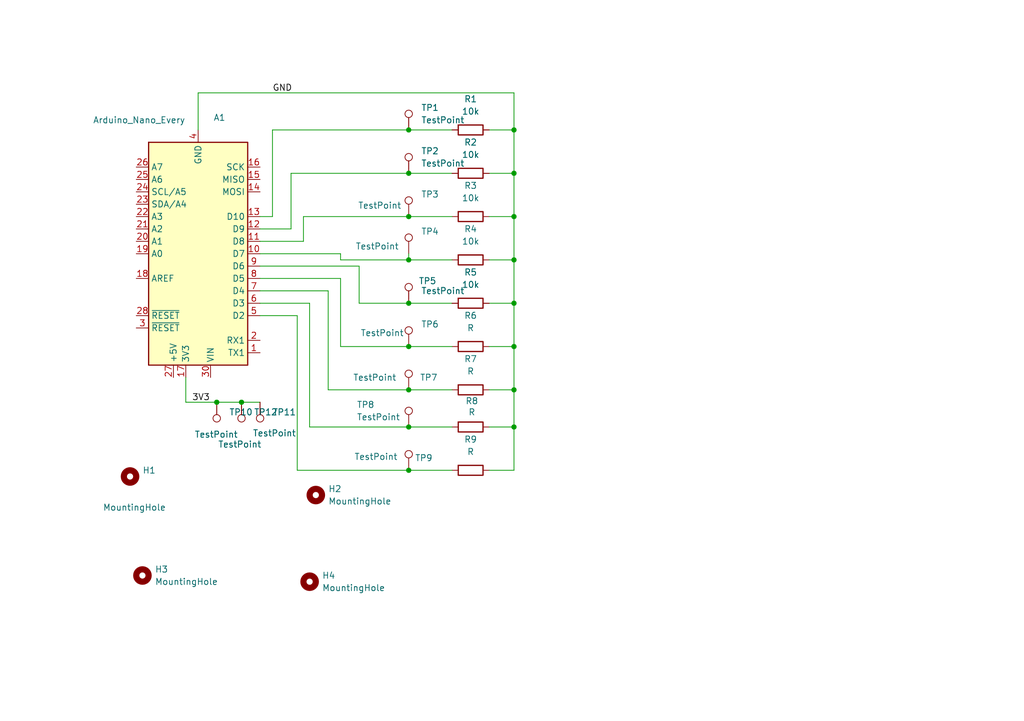
<source format=kicad_sch>
(kicad_sch (version 20250114) (generator "eeschema") (generator_version "9.0")
  (paper "A5")
  (title_block (date "2026-02-25") (rev "1") (comment 1 "Jaakko Lilja"))
  (lib_symbols
    (symbol "Connector:TestPoint" (pin_numbers (hide yes)) (pin_names (offset 0.762) (hide yes))
      (property "Reference" "TP" (at 0 6.858 0))
      (property "Value" "TestPoint" (at 0 5.08 0))
      (symbol "TestPoint_0_1"
        (circle (center 0 3.302) (radius 0.762))
      )
      (symbol "TestPoint_1_1"
        (pin passive line (at 0 0 90) (length 2.54) (name "1") (number "1"))
      )
    )
    (symbol "Device:R" (pin_numbers (hide yes)) (pin_names (offset 0))
      (property "Reference" "R" (at 2.032 0 90))
      (property "Value" "R" (at 0 0 90))
      (symbol "R_0_1"
        (rectangle (start -1.016 -2.54) (end 1.016 2.54) (stroke (width 0.254)))
      )
      (symbol "R_1_1"
        (pin passive line (at 0 3.81 270) (length 1.27) (name "~") (number "1"))
        (pin passive line (at 0 -3.81 90) (length 1.27) (name "~") (number "2"))
      )
    )
    (symbol "MCU_Module:Arduino_Nano_Every"
      (property "Reference" "A" (at -10.16 23.495 0))
      (property "Value" "Arduino_Nano_Every" (at 5.08 -24.13 0))
      (symbol "Arduino_Nano_Every_0_1"
        (rectangle (start -10.16 22.86) (end 10.16 -22.86) (stroke (width 0.254)) (fill (type background)))
      )
      (symbol "Arduino_Nano_Every_1_1"
        (pin bidirectional line (at -12.7 20.32 0) (length 2.54) (name "TX1") (number "1"))
        (pin bidirectional line (at -12.7 17.78 0) (length 2.54) (name "RX1") (number "2"))
        (pin bidirectional line (at -12.7 12.7 0) (length 2.54) (name "D2") (number "5"))
        (pin bidirectional line (at -12.7 10.16 0) (length 2.54) (name "D3") (number "6"))
        (pin bidirectional line (at -12.7 7.62 0) (length 2.54) (name "D4") (number "7"))
        (pin bidirectional line (at -12.7 5.08 0) (length 2.54) (name "D5") (number "8"))
        (pin bidirectional line (at -12.7 2.54 0) (length 2.54) (name "D6") (number "9"))
        (pin bidirectional line (at -12.7 0 0) (length 2.54) (name "D7") (number "10"))
        (pin bidirectional line (at -12.7 -2.54 0) (length 2.54) (name "D8") (number "11"))
        (pin bidirectional line (at -12.7 -5.08 0) (length 2.54) (name "D9") (number "12"))
        (pin bidirectional line (at -12.7 -7.62 0) (length 2.54) (name "D10") (number "13"))
        (pin bidirectional line (at -12.7 -12.7 0) (length 2.54) (name "MOSI") (number "14"))
        (pin bidirectional line (at -12.7 -15.24 0) (length 2.54) (name "MISO") (number "15"))
        (pin bidirectional line (at -12.7 -17.78 0) (length 2.54) (name "SCK") (number "16"))
        (pin power_in line (at -2.54 25.4 270) (length 2.54) (name "VIN") (number "30"))
        (pin passive line (at 0 -25.4 90) (length 2.54) (hide yes) (name "GND") (number "29"))
        (pin power_in line (at 0 -25.4 90) (length 2.54) (name "GND") (number "4"))
        (pin power_out line (at 2.54 25.4 270) (length 2.54) (name "3V3") (number "17"))
        (pin power_out line (at 5.08 25.4 270) (length 2.54) (name "+5V") (number "27"))
        (pin input line (at 12.7 15.24 180) (length 2.54) (name "~{RESET}") (number "3"))
        (pin input line (at 12.7 12.7 180) (length 2.54) (name "~{RESET}") (number "28"))
        (pin input line (at 12.7 5.08 180) (length 2.54) (name "AREF") (number "18"))
        (pin bidirectional line (at 12.7 0 180) (length 2.54) (name "A0") (number "19"))
        (pin bidirectional line (at 12.7 -2.54 180) (length 2.54) (name "A1") (number "20"))
        (pin bidirectional line (at 12.7 -5.08 180) (length 2.54) (name "A2") (number "21"))
        (pin bidirectional line (at 12.7 -7.62 180) (length 2.54) (name "A3") (number "22"))
        (pin bidirectional line (at 12.7 -10.16 180) (length 2.54) (name "SDA/A4") (number "23"))
        (pin bidirectional line (at 12.7 -12.7 180) (length 2.54) (name "SCL/A5") (number "24"))
        (pin bidirectional line (at 12.7 -15.24 180) (length 2.54) (name "A6") (number "25"))
        (pin bidirectional line (at 12.7 -17.78 180) (length 2.54) (name "A7") (number "26"))
      )
    )
    (symbol "Mechanical:MountingHole" (pin_names (offset 1.016)) (in_bom no)
      (property "Reference" "H" (at 0 5.08 0))
      (property "Value" "MountingHole" (at 0 3.175 0))
      (symbol "MountingHole_0_1"
        (circle (center 0 0) (radius 1.27) (stroke (width 1.27)))
      )
    )
  )
  (junction (at 83.82 87.63))
  (junction (at 83.82 44.45))
  (junction (at 105.41 62.23))
  (junction (at 105.41 26.67))
  (junction (at 83.82 71.12))
  (junction (at 105.41 53.34))
  (junction (at 105.41 71.12))
  (junction (at 83.82 96.52))
  (junction (at 83.82 53.34))
  (junction (at 44.45 82.55))
  (junction (at 105.41 44.45))
  (junction (at 105.41 35.56))
  (junction (at 83.82 62.23))
  (junction (at 105.41 87.63))
  (junction (at 49.53 82.55))
  (junction (at 83.82 80.01))
  (junction (at 83.82 26.67))
  (junction (at 83.82 35.56))
  (junction (at 105.41 80.01))
  (wire (pts (xy 53.34 59.69) (xy 67.31 59.69)))
  (wire (pts (xy 53.34 54.61) (xy 73.66 54.61)))
  (wire (pts (xy 83.82 62.23) (xy 92.71 62.23)))
  (wire (pts (xy 105.41 44.45) (xy 105.41 53.34)))
  (wire (pts (xy 53.34 62.23) (xy 63.5 62.23)))
  (wire (pts (xy 105.41 35.56) (xy 105.41 44.45)))
  (wire (pts (xy 69.85 71.12) (xy 83.82 71.12)))
  (wire (pts (xy 69.85 52.07) (xy 69.85 53.34)))
  (wire (pts (xy 53.34 52.07) (xy 69.85 52.07)))
  (wire (pts (xy 63.5 62.23) (xy 63.5 87.63)))
  (wire (pts (xy 105.41 19.05) (xy 105.41 26.67)))
  (wire (pts (xy 105.41 71.12) (xy 100.33 71.12)))
  (wire (pts (xy 83.82 26.67) (xy 92.71 26.67)))
  (wire (pts (xy 53.34 46.99) (xy 59.69 46.99)))
  (wire (pts (xy 38.1 82.55) (xy 44.45 82.55)))
  (wire (pts (xy 53.34 49.53) (xy 62.23 49.53)))
  (wire (pts (xy 44.45 82.55) (xy 49.53 82.55)))
  (wire (pts (xy 73.66 54.61) (xy 73.66 62.23)))
  (wire (pts (xy 100.33 26.67) (xy 105.41 26.67)))
  (wire (pts (xy 59.69 46.99) (xy 59.69 35.56)))
  (wire (pts (xy 53.34 64.77) (xy 60.96 64.77)))
  (wire (pts (xy 69.85 71.12) (xy 69.85 57.15)))
  (wire (pts (xy 105.41 44.45) (xy 100.33 44.45)))
  (wire (pts (xy 83.82 35.56) (xy 92.71 35.56)))
  (wire (pts (xy 100.33 80.01) (xy 105.41 80.01)))
  (wire (pts (xy 105.41 62.23) (xy 100.33 62.23)))
  (wire (pts (xy 105.41 71.12) (xy 105.41 80.01)))
  (wire (pts (xy 105.41 87.63) (xy 100.33 87.63)))
  (wire (pts (xy 69.85 53.34) (xy 83.82 53.34)))
  (wire (pts (xy 67.31 80.01) (xy 83.82 80.01)))
  (wire (pts (xy 105.41 26.67) (xy 105.41 35.56)))
  (wire (pts (xy 105.41 80.01) (xy 105.41 87.63)))
  (wire (pts (xy 105.41 53.34) (xy 105.41 62.23)))
  (wire (pts (xy 105.41 62.23) (xy 105.41 71.12)))
  (wire (pts (xy 83.82 80.01) (xy 92.71 80.01)))
  (wire (pts (xy 83.82 96.52) (xy 92.71 96.52)))
  (wire (pts (xy 62.23 44.45) (xy 83.82 44.45)))
  (wire (pts (xy 60.96 64.77) (xy 60.96 96.52)))
  (wire (pts (xy 60.96 96.52) (xy 83.82 96.52)))
  (wire (pts (xy 83.82 52.07) (xy 83.82 53.34)))
  (wire (pts (xy 55.88 26.67) (xy 55.88 44.45)))
  (wire (pts (xy 67.31 59.69) (xy 67.31 80.01)))
  (wire (pts (xy 55.88 26.67) (xy 83.82 26.67)))
  (wire (pts (xy 100.33 96.52) (xy 105.41 96.52)))
  (wire (pts (xy 53.34 57.15) (xy 69.85 57.15)))
  (wire (pts (xy 40.64 19.05) (xy 105.41 19.05)))
  (wire (pts (xy 83.82 87.63) (xy 92.71 87.63)))
  (wire (pts (xy 83.82 44.45) (xy 92.71 44.45)))
  (wire (pts (xy 62.23 49.53) (xy 62.23 44.45)))
  (wire (pts (xy 105.41 53.34) (xy 100.33 53.34)))
  (wire (pts (xy 53.34 44.45) (xy 55.88 44.45)))
  (wire (pts (xy 49.53 82.55) (xy 53.34 82.55)))
  (wire (pts (xy 40.64 26.67) (xy 40.64 19.05)))
  (wire (pts (xy 105.41 87.63) (xy 105.41 96.52)))
  (wire (pts (xy 83.82 53.34) (xy 92.71 53.34)))
  (wire (pts (xy 100.33 35.56) (xy 105.41 35.56)))
  (wire (pts (xy 73.66 62.23) (xy 83.82 62.23)))
  (wire (pts (xy 83.82 71.12) (xy 92.71 71.12)))
  (wire (pts (xy 38.1 77.47) (xy 38.1 82.55)))
  (wire (pts (xy 63.5 87.63) (xy 83.82 87.63)))
  (wire (pts (xy 59.69 35.56) (xy 83.82 35.56)))
  (label "3V3" (at 39.37 82.55 0))
  (label "GND" (at 55.88 19.05 0))
  (symbol (lib_id "Connector:TestPoint") (at 83.82 96.52 0) (unit 1)
    (property "Reference" "TP9" (at 85.09 93.98 0) (effects (justify left)))
    (property "Value" "TestPoint" (at 72.644 93.726 0) (effects (justify left)))
    (property "Footprint" "TestPoint:TestPoint_THTPad_D2.0mm_Drill1.0mm" (effects (hide yes)))
    (property "Description" "test point" (effects (hide yes)))
  )
  (symbol (lib_id "Connector:TestPoint") (at 83.82 26.67 0) (unit 1)
    (property "Reference" "TP1" (at 86.36 22.0979 0) (effects (justify left)))
    (property "Value" "TestPoint" (at 86.36 24.6379 0) (effects (justify left)))
    (property "Footprint" "TestPoint:TestPoint_THTPad_D2.0mm_Drill1.0mm" (effects (hide yes)))
    (property "Description" "test point" (effects (hide yes)))
  )
  (symbol (lib_id "Mechanical:MountingHole") (at 64.77 101.6 0) (unit 1) (in_bom no)
    (property "Reference" "H2" (at 67.31 100.3299 0) (effects (justify left)))
    (property "Value" "MountingHole" (at 67.31 102.8699 0) (effects (justify left)))
    (property "Footprint" "MountingHole:MountingHole_3.2mm_M3" (effects (hide yes)))
    (property "Description" "Mounting Hole without connection" (effects (hide yes)))
  )
  (symbol (lib_id "Device:R") (at 96.52 71.12 90) (unit 1)
    (property "Reference" "R6" (at 96.52 64.77 90))
    (property "Value" "R" (at 96.52 67.31 90))
    (property "Footprint" "Resistor_THT:R_Axial_DIN0207_L6.3mm_D2.5mm_P7.62mm_Horizontal" (effects (hide yes)))
    (property "Description" "Resistor" (effects (hide yes)))
  )
  (symbol (lib_id "Device:R") (at 96.52 80.01 90) (unit 1)
    (property "Reference" "R7" (at 96.52 73.66 90))
    (property "Value" "R" (at 96.52 76.2 90))
    (property "Footprint" "Resistor_THT:R_Axial_DIN0207_L6.3mm_D2.5mm_P7.62mm_Horizontal" (effects (hide yes)))
    (property "Description" "Resistor" (effects (hide yes)))
  )
  (symbol (lib_id "Device:R") (at 96.52 35.56 90) (unit 1)
    (property "Reference" "R2" (at 96.52 29.21 90))
    (property "Value" "10k" (at 96.52 31.75 90))
    (property "Footprint" "Resistor_THT:R_Axial_DIN0207_L6.3mm_D2.5mm_P7.62mm_Horizontal" (effects (hide yes)))
    (property "Description" "Resistor" (effects (hide yes)))
  )
  (symbol (lib_id "MCU_Module:Arduino_Nano_Every") (at 40.64 52.07 180) (unit 1)
    (property "Reference" "A1" (at 43.7581 24.13 0) (effects (justify right)))
    (property "Value" "Arduino_Nano_Every" (at 19.05 24.638 0) (effects (justify right)))
    (property "Footprint" "Module:Arduino_Nano" (effects (hide yes)))
    (property "Datasheet" "https://content.arduino.cc/assets/NANOEveryV3.0_sch.pdf" (effects (hide yes)))
    (property "Description" "Arduino Nano Every" (effects (hide yes)))
  )
  (symbol (lib_id "Device:R") (at 96.52 44.45 90) (unit 1)
    (property "Reference" "R3" (at 96.52 38.1 90))
    (property "Value" "10k" (at 96.52 40.64 90))
    (property "Footprint" "Resistor_THT:R_Axial_DIN0207_L6.3mm_D2.5mm_P7.62mm_Horizontal" (effects (hide yes)))
    (property "Description" "Resistor" (effects (hide yes)))
  )
  (symbol (lib_id "Device:R") (at 96.52 26.67 90) (unit 1)
    (property "Reference" "R1" (at 96.52 20.32 90))
    (property "Value" "10k" (at 96.52 22.86 90))
    (property "Footprint" "Resistor_THT:R_Axial_DIN0207_L6.3mm_D2.5mm_P7.62mm_Horizontal" (effects (hide yes)))
    (property "Description" "Resistor" (effects (hide yes)))
  )
  (symbol (lib_id "Mechanical:MountingHole") (at 63.5 119.38 0) (unit 1) (in_bom no)
    (property "Reference" "H4" (at 66.04 118.1099 0) (effects (justify left)))
    (property "Value" "MountingHole" (at 66.04 120.6499 0) (effects (justify left)))
    (property "Footprint" "MountingHole:MountingHole_3.2mm_M3" (effects (hide yes)))
    (property "Description" "Mounting Hole without connection" (effects (hide yes)))
  )
  (symbol (lib_id "Device:R") (at 96.52 96.52 90) (unit 1)
    (property "Reference" "R9" (at 96.52 90.17 90))
    (property "Value" "R" (at 96.52 92.71 90))
    (property "Footprint" "Resistor_THT:R_Axial_DIN0207_L6.3mm_D2.5mm_P7.62mm_Horizontal" (effects (hide yes)))
    (property "Description" "Resistor" (effects (hide yes)))
  )
  (symbol (lib_id "Connector:TestPoint") (at 83.82 52.07 0) (unit 1)
    (property "Reference" "TP4" (at 86.36 47.4979 0) (effects (justify left)))
    (property "Value" "TestPoint" (at 72.898 50.546 0) (effects (justify left)))
    (property "Footprint" "TestPoint:TestPoint_THTPad_D2.0mm_Drill1.0mm" (effects (hide yes)))
    (property "Description" "test point" (effects (hide yes)))
  )
  (symbol (lib_id "Device:R") (at 96.52 53.34 90) (unit 1)
    (property "Reference" "R4" (at 96.52 46.99 90))
    (property "Value" "10k" (at 96.52 49.53 90))
    (property "Footprint" "Resistor_THT:R_Axial_DIN0207_L6.3mm_D2.5mm_P7.62mm_Horizontal" (effects (hide yes)))
    (property "Description" "Resistor" (effects (hide yes)))
  )
  (symbol (lib_id "Connector:TestPoint") (at 83.82 80.01 0) (unit 1)
    (property "Reference" "TP7" (at 86.106 77.47 0) (effects (justify left)))
    (property "Value" "TestPoint" (at 72.39 77.47 0) (effects (justify left)))
    (property "Footprint" "TestPoint:TestPoint_THTPad_D2.0mm_Drill1.0mm" (effects (hide yes)))
    (property "Description" "test point" (effects (hide yes)))
  )
  (symbol (lib_id "Connector:TestPoint") (at 44.45 82.55 180) (unit 1)
    (property "Reference" "TP10" (at 46.99 84.5819 0) (effects (justify right)))
    (property "Value" "TestPoint" (at 39.878 89.154 0) (effects (justify right)))
    (property "Footprint" "TestPoint:TestPoint_THTPad_D2.0mm_Drill1.0mm" (effects (hide yes)))
    (property "Description" "test point" (effects (hide yes)))
  )
  (symbol (lib_id "Mechanical:MountingHole") (at 29.21 118.11 0) (unit 1) (in_bom no)
    (property "Reference" "H3" (at 31.75 116.8399 0) (effects (justify left)))
    (property "Value" "MountingHole" (at 31.75 119.3799 0) (effects (justify left)))
    (property "Footprint" "MountingHole:MountingHole_3.2mm_M3" (effects (hide yes)))
    (property "Description" "Mounting Hole without connection" (effects (hide yes)))
  )
  (symbol (lib_id "Connector:TestPoint") (at 49.53 82.55 180) (unit 1)
    (property "Reference" "TP12" (at 52.07 84.5819 0) (effects (justify right)))
    (property "Value" "TestPoint" (at 44.704 91.186 0) (effects (justify right)))
    (property "Footprint" "TestPoint:TestPoint_THTPad_D2.0mm_Drill1.0mm" (effects (hide yes)))
    (property "Description" "test point" (effects (hide yes)))
  )
  (symbol (lib_id "Mechanical:MountingHole") (at 26.67 97.79 0) (unit 1) (in_bom no)
    (property "Reference" "H1" (at 29.21 96.5199 0) (effects (justify left)))
    (property "Value" "MountingHole" (at 21.082 104.14 0) (effects (justify left)))
    (property "Footprint" "MountingHole:MountingHole_3.2mm_M3" (effects (hide yes)))
    (property "Description" "Mounting Hole without connection" (effects (hide yes)))
  )
  (symbol (lib_id "Connector:TestPoint") (at 83.82 87.63 0) (unit 1)
    (property "Reference" "TP8" (at 73.152 83.058 0) (effects (justify left)))
    (property "Value" "TestPoint" (at 73.152 85.598 0) (effects (justify left)))
    (property "Footprint" "TestPoint:TestPoint_THTPad_D2.0mm_Drill1.0mm" (effects (hide yes)))
    (property "Description" "test point" (effects (hide yes)))
  )
  (symbol (lib_id "Connector:TestPoint") (at 83.82 35.56 0) (unit 1)
    (property "Reference" "TP2" (at 86.36 30.9879 0) (effects (justify left)))
    (property "Value" "TestPoint" (at 86.36 33.5279 0) (effects (justify left)))
    (property "Footprint" "TestPoint:TestPoint_THTPad_D2.0mm_Drill1.0mm" (effects (hide yes)))
    (property "Description" "test point" (effects (hide yes)))
  )
  (symbol (lib_id "Device:R") (at 96.52 87.63 90) (unit 1)
    (property "Reference" "R8" (at 96.774 82.296 90))
    (property "Value" "R" (at 96.774 84.582 90))
    (property "Footprint" "Resistor_THT:R_Axial_DIN0207_L6.3mm_D2.5mm_P7.62mm_Horizontal" (effects (hide yes)))
    (property "Description" "Resistor" (effects (hide yes)))
  )
  (symbol (lib_id "Device:R") (at 96.52 62.23 90) (unit 1)
    (property "Reference" "R5" (at 96.52 55.88 90))
    (property "Value" "10k" (at 96.52 58.42 90))
    (property "Footprint" "Resistor_THT:R_Axial_DIN0207_L6.3mm_D2.5mm_P7.62mm_Horizontal" (effects (hide yes)))
    (property "Description" "Resistor" (effects (hide yes)))
  )
  (symbol (lib_id "Connector:TestPoint") (at 53.34 82.55 180) (unit 1)
    (property "Reference" "TP11" (at 55.88 84.5819 0) (effects (justify right)))
    (property "Value" "TestPoint" (at 51.816 88.9 0) (effects (justify right)))
    (property "Footprint" "TestPoint:TestPoint_THTPad_D2.0mm_Drill1.0mm" (effects (hide yes)))
    (property "Description" "test point" (effects (hide yes)))
  )
  (symbol (lib_id "Connector:TestPoint") (at 83.82 71.12 0) (unit 1)
    (property "Reference" "TP6" (at 86.36 66.5479 0) (effects (justify left)))
    (property "Value" "TestPoint" (at 73.914 68.326 0) (effects (justify left)))
    (property "Footprint" "TestPoint:TestPoint_THTPad_D2.0mm_Drill1.0mm" (effects (hide yes)))
    (property "Description" "test point" (effects (hide yes)))
  )
  (symbol (lib_id "Connector:TestPoint") (at 83.82 62.23 0) (unit 1)
    (property "Reference" "TP5" (at 85.852 57.658 0) (effects (justify left)))
    (property "Value" "TestPoint" (at 86.36 59.69 0) (effects (justify left)))
    (property "Footprint" "TestPoint:TestPoint_THTPad_D2.0mm_Drill1.0mm" (effects (hide yes)))
    (property "Description" "test point" (effects (hide yes)))
  )
  (symbol (lib_id "Connector:TestPoint") (at 83.82 44.45 0) (unit 1)
    (property "Reference" "TP3" (at 86.36 39.8779 0) (effects (justify left)))
    (property "Value" "TestPoint" (at 73.406 42.164 0) (effects (justify left)))
    (property "Footprint" "TestPoint:TestPoint_THTPad_D2.0mm_Drill1.0mm" (effects (hide yes)))
    (property "Description" "test point" (effects (hide yes)))
  )
)
</source>
